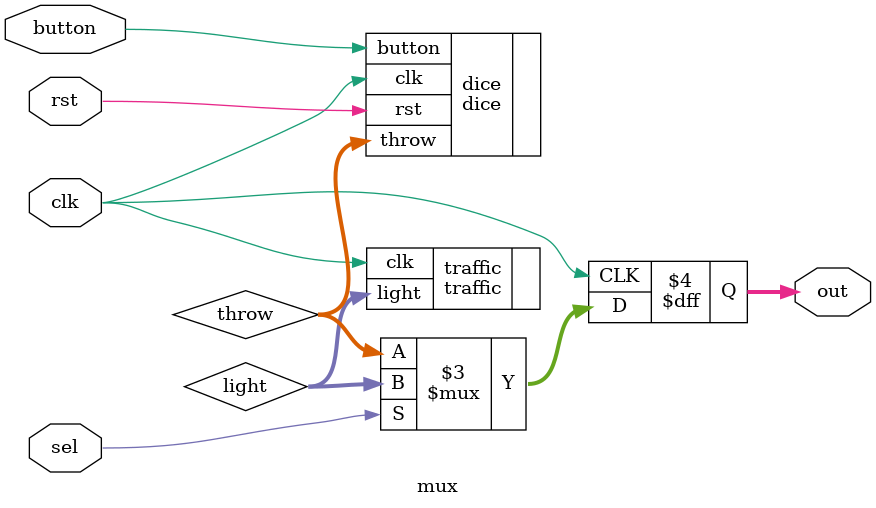
<source format=v>

`timescale 1ns / 100ps

module mux(
    	input clk, sel, rst, button,
    	output reg [2:0] out
    	);

	wire [2:0] throw;
	wire [2:0] light;

always@(posedge clk) begin
	out <= (sel==0) ? throw: light;                 
end

//Instantiate functions
	dice dice (
	.clk (clk),
	.rst (rst),
	.button (button),
	.throw (throw)
	);

	traffic traffic (
	.clk (clk),
	.light (light)
	);


endmodule

</source>
